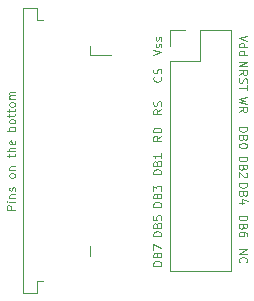
<source format=gbr>
G04 #@! TF.GenerationSoftware,KiCad,Pcbnew,5.1.6*
G04 #@! TF.CreationDate,2020-11-02T21:59:41+01:00*
G04 #@! TF.ProjectId,BL128128,424c3132-3831-4323-982e-6b696361645f,rev?*
G04 #@! TF.SameCoordinates,Original*
G04 #@! TF.FileFunction,Legend,Top*
G04 #@! TF.FilePolarity,Positive*
%FSLAX46Y46*%
G04 Gerber Fmt 4.6, Leading zero omitted, Abs format (unit mm)*
G04 Created by KiCad (PCBNEW 5.1.6) date 2020-11-02 21:59:41*
%MOMM*%
%LPD*%
G01*
G04 APERTURE LIST*
%ADD10C,0.100000*%
%ADD11C,0.120000*%
G04 APERTURE END LIST*
D10*
X70816666Y-78916666D02*
X70116666Y-78916666D01*
X70116666Y-78650000D01*
X70150000Y-78583333D01*
X70183333Y-78550000D01*
X70250000Y-78516666D01*
X70350000Y-78516666D01*
X70416666Y-78550000D01*
X70450000Y-78583333D01*
X70483333Y-78650000D01*
X70483333Y-78916666D01*
X70816666Y-78216666D02*
X70350000Y-78216666D01*
X70116666Y-78216666D02*
X70150000Y-78250000D01*
X70183333Y-78216666D01*
X70150000Y-78183333D01*
X70116666Y-78216666D01*
X70183333Y-78216666D01*
X70350000Y-77883333D02*
X70816666Y-77883333D01*
X70416666Y-77883333D02*
X70383333Y-77850000D01*
X70350000Y-77783333D01*
X70350000Y-77683333D01*
X70383333Y-77616666D01*
X70450000Y-77583333D01*
X70816666Y-77583333D01*
X70783333Y-77283333D02*
X70816666Y-77216666D01*
X70816666Y-77083333D01*
X70783333Y-77016666D01*
X70716666Y-76983333D01*
X70683333Y-76983333D01*
X70616666Y-77016666D01*
X70583333Y-77083333D01*
X70583333Y-77183333D01*
X70550000Y-77250000D01*
X70483333Y-77283333D01*
X70450000Y-77283333D01*
X70383333Y-77250000D01*
X70350000Y-77183333D01*
X70350000Y-77083333D01*
X70383333Y-77016666D01*
X70816666Y-76050000D02*
X70783333Y-76116666D01*
X70750000Y-76150000D01*
X70683333Y-76183333D01*
X70483333Y-76183333D01*
X70416666Y-76150000D01*
X70383333Y-76116666D01*
X70350000Y-76050000D01*
X70350000Y-75950000D01*
X70383333Y-75883333D01*
X70416666Y-75850000D01*
X70483333Y-75816666D01*
X70683333Y-75816666D01*
X70750000Y-75850000D01*
X70783333Y-75883333D01*
X70816666Y-75950000D01*
X70816666Y-76050000D01*
X70350000Y-75516666D02*
X70816666Y-75516666D01*
X70416666Y-75516666D02*
X70383333Y-75483333D01*
X70350000Y-75416666D01*
X70350000Y-75316666D01*
X70383333Y-75250000D01*
X70450000Y-75216666D01*
X70816666Y-75216666D01*
X70350000Y-74450000D02*
X70350000Y-74183333D01*
X70116666Y-74350000D02*
X70716666Y-74350000D01*
X70783333Y-74316666D01*
X70816666Y-74250000D01*
X70816666Y-74183333D01*
X70816666Y-73950000D02*
X70116666Y-73950000D01*
X70816666Y-73650000D02*
X70450000Y-73650000D01*
X70383333Y-73683333D01*
X70350000Y-73750000D01*
X70350000Y-73850000D01*
X70383333Y-73916666D01*
X70416666Y-73950000D01*
X70783333Y-73050000D02*
X70816666Y-73116666D01*
X70816666Y-73250000D01*
X70783333Y-73316666D01*
X70716666Y-73350000D01*
X70450000Y-73350000D01*
X70383333Y-73316666D01*
X70350000Y-73250000D01*
X70350000Y-73116666D01*
X70383333Y-73050000D01*
X70450000Y-73016666D01*
X70516666Y-73016666D01*
X70583333Y-73350000D01*
X70816666Y-72183333D02*
X70116666Y-72183333D01*
X70383333Y-72183333D02*
X70350000Y-72116666D01*
X70350000Y-71983333D01*
X70383333Y-71916666D01*
X70416666Y-71883333D01*
X70483333Y-71850000D01*
X70683333Y-71850000D01*
X70750000Y-71883333D01*
X70783333Y-71916666D01*
X70816666Y-71983333D01*
X70816666Y-72116666D01*
X70783333Y-72183333D01*
X70816666Y-71450000D02*
X70783333Y-71516666D01*
X70750000Y-71550000D01*
X70683333Y-71583333D01*
X70483333Y-71583333D01*
X70416666Y-71550000D01*
X70383333Y-71516666D01*
X70350000Y-71450000D01*
X70350000Y-71350000D01*
X70383333Y-71283333D01*
X70416666Y-71250000D01*
X70483333Y-71216666D01*
X70683333Y-71216666D01*
X70750000Y-71250000D01*
X70783333Y-71283333D01*
X70816666Y-71350000D01*
X70816666Y-71450000D01*
X70350000Y-71016666D02*
X70350000Y-70750000D01*
X70116666Y-70916666D02*
X70716666Y-70916666D01*
X70783333Y-70883333D01*
X70816666Y-70816666D01*
X70816666Y-70750000D01*
X70350000Y-70616666D02*
X70350000Y-70350000D01*
X70116666Y-70516666D02*
X70716666Y-70516666D01*
X70783333Y-70483333D01*
X70816666Y-70416666D01*
X70816666Y-70350000D01*
X70816666Y-70016666D02*
X70783333Y-70083333D01*
X70750000Y-70116666D01*
X70683333Y-70150000D01*
X70483333Y-70150000D01*
X70416666Y-70116666D01*
X70383333Y-70083333D01*
X70350000Y-70016666D01*
X70350000Y-69916666D01*
X70383333Y-69850000D01*
X70416666Y-69816666D01*
X70483333Y-69783333D01*
X70683333Y-69783333D01*
X70750000Y-69816666D01*
X70783333Y-69850000D01*
X70816666Y-69916666D01*
X70816666Y-70016666D01*
X70816666Y-69483333D02*
X70350000Y-69483333D01*
X70416666Y-69483333D02*
X70383333Y-69450000D01*
X70350000Y-69383333D01*
X70350000Y-69283333D01*
X70383333Y-69216666D01*
X70450000Y-69183333D01*
X70816666Y-69183333D01*
X70450000Y-69183333D02*
X70383333Y-69150000D01*
X70350000Y-69083333D01*
X70350000Y-68983333D01*
X70383333Y-68916666D01*
X70450000Y-68883333D01*
X70816666Y-68883333D01*
X89783333Y-82200000D02*
X90483333Y-82200000D01*
X89783333Y-82600000D01*
X90483333Y-82600000D01*
X89850000Y-83333333D02*
X89816666Y-83300000D01*
X89783333Y-83200000D01*
X89783333Y-83133333D01*
X89816666Y-83033333D01*
X89883333Y-82966666D01*
X89950000Y-82933333D01*
X90083333Y-82900000D01*
X90183333Y-82900000D01*
X90316666Y-82933333D01*
X90383333Y-82966666D01*
X90450000Y-83033333D01*
X90483333Y-83133333D01*
X90483333Y-83200000D01*
X90450000Y-83300000D01*
X90416666Y-83333333D01*
X89783333Y-66350000D02*
X90483333Y-66350000D01*
X89783333Y-66750000D01*
X90483333Y-66750000D01*
X89783333Y-67483333D02*
X90116666Y-67250000D01*
X89783333Y-67083333D02*
X90483333Y-67083333D01*
X90483333Y-67350000D01*
X90450000Y-67416666D01*
X90416666Y-67450000D01*
X90350000Y-67483333D01*
X90250000Y-67483333D01*
X90183333Y-67450000D01*
X90150000Y-67416666D01*
X90116666Y-67350000D01*
X90116666Y-67083333D01*
X89816666Y-67750000D02*
X89783333Y-67850000D01*
X89783333Y-68016666D01*
X89816666Y-68083333D01*
X89850000Y-68116666D01*
X89916666Y-68150000D01*
X89983333Y-68150000D01*
X90050000Y-68116666D01*
X90083333Y-68083333D01*
X90116666Y-68016666D01*
X90150000Y-67883333D01*
X90183333Y-67816666D01*
X90216666Y-67783333D01*
X90283333Y-67750000D01*
X90350000Y-67750000D01*
X90416666Y-67783333D01*
X90450000Y-67816666D01*
X90483333Y-67883333D01*
X90483333Y-68050000D01*
X90450000Y-68150000D01*
X90483333Y-68350000D02*
X90483333Y-68750000D01*
X89783333Y-68550000D02*
X90483333Y-68550000D01*
X90483333Y-69350000D02*
X89783333Y-69516666D01*
X90283333Y-69650000D01*
X89783333Y-69783333D01*
X90483333Y-69950000D01*
X89783333Y-70616666D02*
X90116666Y-70383333D01*
X89783333Y-70216666D02*
X90483333Y-70216666D01*
X90483333Y-70483333D01*
X90450000Y-70550000D01*
X90416666Y-70583333D01*
X90350000Y-70616666D01*
X90250000Y-70616666D01*
X90183333Y-70583333D01*
X90150000Y-70550000D01*
X90116666Y-70483333D01*
X90116666Y-70216666D01*
X89783333Y-76633333D02*
X90483333Y-76633333D01*
X90483333Y-76800000D01*
X90450000Y-76900000D01*
X90383333Y-76966666D01*
X90316666Y-77000000D01*
X90183333Y-77033333D01*
X90083333Y-77033333D01*
X89950000Y-77000000D01*
X89883333Y-76966666D01*
X89816666Y-76900000D01*
X89783333Y-76800000D01*
X89783333Y-76633333D01*
X90150000Y-77566666D02*
X90116666Y-77666666D01*
X90083333Y-77700000D01*
X90016666Y-77733333D01*
X89916666Y-77733333D01*
X89850000Y-77700000D01*
X89816666Y-77666666D01*
X89783333Y-77600000D01*
X89783333Y-77333333D01*
X90483333Y-77333333D01*
X90483333Y-77566666D01*
X90450000Y-77633333D01*
X90416666Y-77666666D01*
X90350000Y-77700000D01*
X90283333Y-77700000D01*
X90216666Y-77666666D01*
X90183333Y-77633333D01*
X90150000Y-77566666D01*
X90150000Y-77333333D01*
X90250000Y-78333333D02*
X89783333Y-78333333D01*
X90516666Y-78166666D02*
X90016666Y-78000000D01*
X90016666Y-78433333D01*
X89783333Y-79383333D02*
X90483333Y-79383333D01*
X90483333Y-79550000D01*
X90450000Y-79650000D01*
X90383333Y-79716666D01*
X90316666Y-79750000D01*
X90183333Y-79783333D01*
X90083333Y-79783333D01*
X89950000Y-79750000D01*
X89883333Y-79716666D01*
X89816666Y-79650000D01*
X89783333Y-79550000D01*
X89783333Y-79383333D01*
X90150000Y-80316666D02*
X90116666Y-80416666D01*
X90083333Y-80450000D01*
X90016666Y-80483333D01*
X89916666Y-80483333D01*
X89850000Y-80450000D01*
X89816666Y-80416666D01*
X89783333Y-80350000D01*
X89783333Y-80083333D01*
X90483333Y-80083333D01*
X90483333Y-80316666D01*
X90450000Y-80383333D01*
X90416666Y-80416666D01*
X90350000Y-80450000D01*
X90283333Y-80450000D01*
X90216666Y-80416666D01*
X90183333Y-80383333D01*
X90150000Y-80316666D01*
X90150000Y-80083333D01*
X90483333Y-81083333D02*
X90483333Y-80950000D01*
X90450000Y-80883333D01*
X90416666Y-80850000D01*
X90316666Y-80783333D01*
X90183333Y-80750000D01*
X89916666Y-80750000D01*
X89850000Y-80783333D01*
X89816666Y-80816666D01*
X89783333Y-80883333D01*
X89783333Y-81016666D01*
X89816666Y-81083333D01*
X89850000Y-81116666D01*
X89916666Y-81150000D01*
X90083333Y-81150000D01*
X90150000Y-81116666D01*
X90183333Y-81083333D01*
X90216666Y-81016666D01*
X90216666Y-80883333D01*
X90183333Y-80816666D01*
X90150000Y-80783333D01*
X90083333Y-80750000D01*
X89783333Y-74383333D02*
X90483333Y-74383333D01*
X90483333Y-74550000D01*
X90450000Y-74650000D01*
X90383333Y-74716666D01*
X90316666Y-74750000D01*
X90183333Y-74783333D01*
X90083333Y-74783333D01*
X89950000Y-74750000D01*
X89883333Y-74716666D01*
X89816666Y-74650000D01*
X89783333Y-74550000D01*
X89783333Y-74383333D01*
X90150000Y-75316666D02*
X90116666Y-75416666D01*
X90083333Y-75450000D01*
X90016666Y-75483333D01*
X89916666Y-75483333D01*
X89850000Y-75450000D01*
X89816666Y-75416666D01*
X89783333Y-75350000D01*
X89783333Y-75083333D01*
X90483333Y-75083333D01*
X90483333Y-75316666D01*
X90450000Y-75383333D01*
X90416666Y-75416666D01*
X90350000Y-75450000D01*
X90283333Y-75450000D01*
X90216666Y-75416666D01*
X90183333Y-75383333D01*
X90150000Y-75316666D01*
X90150000Y-75083333D01*
X90416666Y-75750000D02*
X90450000Y-75783333D01*
X90483333Y-75850000D01*
X90483333Y-76016666D01*
X90450000Y-76083333D01*
X90416666Y-76116666D01*
X90350000Y-76150000D01*
X90283333Y-76150000D01*
X90183333Y-76116666D01*
X89783333Y-75716666D01*
X89783333Y-76150000D01*
X89783333Y-71883333D02*
X90483333Y-71883333D01*
X90483333Y-72050000D01*
X90450000Y-72150000D01*
X90383333Y-72216666D01*
X90316666Y-72250000D01*
X90183333Y-72283333D01*
X90083333Y-72283333D01*
X89950000Y-72250000D01*
X89883333Y-72216666D01*
X89816666Y-72150000D01*
X89783333Y-72050000D01*
X89783333Y-71883333D01*
X90150000Y-72816666D02*
X90116666Y-72916666D01*
X90083333Y-72950000D01*
X90016666Y-72983333D01*
X89916666Y-72983333D01*
X89850000Y-72950000D01*
X89816666Y-72916666D01*
X89783333Y-72850000D01*
X89783333Y-72583333D01*
X90483333Y-72583333D01*
X90483333Y-72816666D01*
X90450000Y-72883333D01*
X90416666Y-72916666D01*
X90350000Y-72950000D01*
X90283333Y-72950000D01*
X90216666Y-72916666D01*
X90183333Y-72883333D01*
X90150000Y-72816666D01*
X90150000Y-72583333D01*
X90483333Y-73416666D02*
X90483333Y-73483333D01*
X90450000Y-73550000D01*
X90416666Y-73583333D01*
X90350000Y-73616666D01*
X90216666Y-73650000D01*
X90050000Y-73650000D01*
X89916666Y-73616666D01*
X89850000Y-73583333D01*
X89816666Y-73550000D01*
X89783333Y-73483333D01*
X89783333Y-73416666D01*
X89816666Y-73350000D01*
X89850000Y-73316666D01*
X89916666Y-73283333D01*
X90050000Y-73250000D01*
X90216666Y-73250000D01*
X90350000Y-73283333D01*
X90416666Y-73316666D01*
X90450000Y-73350000D01*
X90483333Y-73416666D01*
X90483333Y-64133333D02*
X89783333Y-64366666D01*
X90483333Y-64600000D01*
X89783333Y-65133333D02*
X90483333Y-65133333D01*
X89816666Y-65133333D02*
X89783333Y-65066666D01*
X89783333Y-64933333D01*
X89816666Y-64866666D01*
X89850000Y-64833333D01*
X89916666Y-64800000D01*
X90116666Y-64800000D01*
X90183333Y-64833333D01*
X90216666Y-64866666D01*
X90250000Y-64933333D01*
X90250000Y-65066666D01*
X90216666Y-65133333D01*
X89783333Y-65766666D02*
X90483333Y-65766666D01*
X89816666Y-65766666D02*
X89783333Y-65700000D01*
X89783333Y-65566666D01*
X89816666Y-65500000D01*
X89850000Y-65466666D01*
X89916666Y-65433333D01*
X90116666Y-65433333D01*
X90183333Y-65466666D01*
X90216666Y-65500000D01*
X90250000Y-65566666D01*
X90250000Y-65700000D01*
X90216666Y-65766666D01*
X83216666Y-83616666D02*
X82516666Y-83616666D01*
X82516666Y-83450000D01*
X82550000Y-83350000D01*
X82616666Y-83283333D01*
X82683333Y-83250000D01*
X82816666Y-83216666D01*
X82916666Y-83216666D01*
X83050000Y-83250000D01*
X83116666Y-83283333D01*
X83183333Y-83350000D01*
X83216666Y-83450000D01*
X83216666Y-83616666D01*
X82850000Y-82683333D02*
X82883333Y-82583333D01*
X82916666Y-82550000D01*
X82983333Y-82516666D01*
X83083333Y-82516666D01*
X83150000Y-82550000D01*
X83183333Y-82583333D01*
X83216666Y-82650000D01*
X83216666Y-82916666D01*
X82516666Y-82916666D01*
X82516666Y-82683333D01*
X82550000Y-82616666D01*
X82583333Y-82583333D01*
X82650000Y-82550000D01*
X82716666Y-82550000D01*
X82783333Y-82583333D01*
X82816666Y-82616666D01*
X82850000Y-82683333D01*
X82850000Y-82916666D01*
X82516666Y-82283333D02*
X82516666Y-81816666D01*
X83216666Y-82116666D01*
X83216666Y-81116666D02*
X82516666Y-81116666D01*
X82516666Y-80950000D01*
X82550000Y-80850000D01*
X82616666Y-80783333D01*
X82683333Y-80750000D01*
X82816666Y-80716666D01*
X82916666Y-80716666D01*
X83050000Y-80750000D01*
X83116666Y-80783333D01*
X83183333Y-80850000D01*
X83216666Y-80950000D01*
X83216666Y-81116666D01*
X82850000Y-80183333D02*
X82883333Y-80083333D01*
X82916666Y-80050000D01*
X82983333Y-80016666D01*
X83083333Y-80016666D01*
X83150000Y-80050000D01*
X83183333Y-80083333D01*
X83216666Y-80150000D01*
X83216666Y-80416666D01*
X82516666Y-80416666D01*
X82516666Y-80183333D01*
X82550000Y-80116666D01*
X82583333Y-80083333D01*
X82650000Y-80050000D01*
X82716666Y-80050000D01*
X82783333Y-80083333D01*
X82816666Y-80116666D01*
X82850000Y-80183333D01*
X82850000Y-80416666D01*
X82516666Y-79383333D02*
X82516666Y-79716666D01*
X82850000Y-79750000D01*
X82816666Y-79716666D01*
X82783333Y-79650000D01*
X82783333Y-79483333D01*
X82816666Y-79416666D01*
X82850000Y-79383333D01*
X82916666Y-79350000D01*
X83083333Y-79350000D01*
X83150000Y-79383333D01*
X83183333Y-79416666D01*
X83216666Y-79483333D01*
X83216666Y-79650000D01*
X83183333Y-79716666D01*
X83150000Y-79750000D01*
X83216666Y-78616666D02*
X82516666Y-78616666D01*
X82516666Y-78450000D01*
X82550000Y-78350000D01*
X82616666Y-78283333D01*
X82683333Y-78250000D01*
X82816666Y-78216666D01*
X82916666Y-78216666D01*
X83050000Y-78250000D01*
X83116666Y-78283333D01*
X83183333Y-78350000D01*
X83216666Y-78450000D01*
X83216666Y-78616666D01*
X82850000Y-77683333D02*
X82883333Y-77583333D01*
X82916666Y-77550000D01*
X82983333Y-77516666D01*
X83083333Y-77516666D01*
X83150000Y-77550000D01*
X83183333Y-77583333D01*
X83216666Y-77650000D01*
X83216666Y-77916666D01*
X82516666Y-77916666D01*
X82516666Y-77683333D01*
X82550000Y-77616666D01*
X82583333Y-77583333D01*
X82650000Y-77550000D01*
X82716666Y-77550000D01*
X82783333Y-77583333D01*
X82816666Y-77616666D01*
X82850000Y-77683333D01*
X82850000Y-77916666D01*
X82516666Y-77283333D02*
X82516666Y-76850000D01*
X82783333Y-77083333D01*
X82783333Y-76983333D01*
X82816666Y-76916666D01*
X82850000Y-76883333D01*
X82916666Y-76850000D01*
X83083333Y-76850000D01*
X83150000Y-76883333D01*
X83183333Y-76916666D01*
X83216666Y-76983333D01*
X83216666Y-77183333D01*
X83183333Y-77250000D01*
X83150000Y-77283333D01*
X83216666Y-75866666D02*
X82516666Y-75866666D01*
X82516666Y-75700000D01*
X82550000Y-75600000D01*
X82616666Y-75533333D01*
X82683333Y-75500000D01*
X82816666Y-75466666D01*
X82916666Y-75466666D01*
X83050000Y-75500000D01*
X83116666Y-75533333D01*
X83183333Y-75600000D01*
X83216666Y-75700000D01*
X83216666Y-75866666D01*
X82850000Y-74933333D02*
X82883333Y-74833333D01*
X82916666Y-74800000D01*
X82983333Y-74766666D01*
X83083333Y-74766666D01*
X83150000Y-74800000D01*
X83183333Y-74833333D01*
X83216666Y-74900000D01*
X83216666Y-75166666D01*
X82516666Y-75166666D01*
X82516666Y-74933333D01*
X82550000Y-74866666D01*
X82583333Y-74833333D01*
X82650000Y-74800000D01*
X82716666Y-74800000D01*
X82783333Y-74833333D01*
X82816666Y-74866666D01*
X82850000Y-74933333D01*
X82850000Y-75166666D01*
X83216666Y-74100000D02*
X83216666Y-74500000D01*
X83216666Y-74300000D02*
X82516666Y-74300000D01*
X82616666Y-74366666D01*
X82683333Y-74433333D01*
X82716666Y-74500000D01*
X83216666Y-72633333D02*
X82883333Y-72866666D01*
X83216666Y-73033333D02*
X82516666Y-73033333D01*
X82516666Y-72766666D01*
X82550000Y-72700000D01*
X82583333Y-72666666D01*
X82650000Y-72633333D01*
X82750000Y-72633333D01*
X82816666Y-72666666D01*
X82850000Y-72700000D01*
X82883333Y-72766666D01*
X82883333Y-73033333D01*
X83216666Y-72333333D02*
X82516666Y-72333333D01*
X82516666Y-72166666D01*
X82550000Y-72066666D01*
X82616666Y-72000000D01*
X82683333Y-71966666D01*
X82816666Y-71933333D01*
X82916666Y-71933333D01*
X83050000Y-71966666D01*
X83116666Y-72000000D01*
X83183333Y-72066666D01*
X83216666Y-72166666D01*
X83216666Y-72333333D01*
X83216666Y-70366666D02*
X82883333Y-70600000D01*
X83216666Y-70766666D02*
X82516666Y-70766666D01*
X82516666Y-70500000D01*
X82550000Y-70433333D01*
X82583333Y-70400000D01*
X82650000Y-70366666D01*
X82750000Y-70366666D01*
X82816666Y-70400000D01*
X82850000Y-70433333D01*
X82883333Y-70500000D01*
X82883333Y-70766666D01*
X83183333Y-70100000D02*
X83216666Y-70000000D01*
X83216666Y-69833333D01*
X83183333Y-69766666D01*
X83150000Y-69733333D01*
X83083333Y-69700000D01*
X83016666Y-69700000D01*
X82950000Y-69733333D01*
X82916666Y-69766666D01*
X82883333Y-69833333D01*
X82850000Y-69966666D01*
X82816666Y-70033333D01*
X82783333Y-70066666D01*
X82716666Y-70100000D01*
X82650000Y-70100000D01*
X82583333Y-70066666D01*
X82550000Y-70033333D01*
X82516666Y-69966666D01*
X82516666Y-69800000D01*
X82550000Y-69700000D01*
X83150000Y-67616666D02*
X83183333Y-67650000D01*
X83216666Y-67750000D01*
X83216666Y-67816666D01*
X83183333Y-67916666D01*
X83116666Y-67983333D01*
X83050000Y-68016666D01*
X82916666Y-68050000D01*
X82816666Y-68050000D01*
X82683333Y-68016666D01*
X82616666Y-67983333D01*
X82550000Y-67916666D01*
X82516666Y-67816666D01*
X82516666Y-67750000D01*
X82550000Y-67650000D01*
X82583333Y-67616666D01*
X83183333Y-67350000D02*
X83216666Y-67250000D01*
X83216666Y-67083333D01*
X83183333Y-67016666D01*
X83150000Y-66983333D01*
X83083333Y-66950000D01*
X83016666Y-66950000D01*
X82950000Y-66983333D01*
X82916666Y-67016666D01*
X82883333Y-67083333D01*
X82850000Y-67216666D01*
X82816666Y-67283333D01*
X82783333Y-67316666D01*
X82716666Y-67350000D01*
X82650000Y-67350000D01*
X82583333Y-67316666D01*
X82550000Y-67283333D01*
X82516666Y-67216666D01*
X82516666Y-67050000D01*
X82550000Y-66950000D01*
X82516666Y-65800000D02*
X83216666Y-65566666D01*
X82516666Y-65333333D01*
X83183333Y-65133333D02*
X83216666Y-65066666D01*
X83216666Y-64933333D01*
X83183333Y-64866666D01*
X83116666Y-64833333D01*
X83083333Y-64833333D01*
X83016666Y-64866666D01*
X82983333Y-64933333D01*
X82983333Y-65033333D01*
X82950000Y-65100000D01*
X82883333Y-65133333D01*
X82850000Y-65133333D01*
X82783333Y-65100000D01*
X82750000Y-65033333D01*
X82750000Y-64933333D01*
X82783333Y-64866666D01*
X83183333Y-64566666D02*
X83216666Y-64500000D01*
X83216666Y-64366666D01*
X83183333Y-64300000D01*
X83116666Y-64266666D01*
X83083333Y-64266666D01*
X83016666Y-64300000D01*
X82983333Y-64366666D01*
X82983333Y-64466666D01*
X82950000Y-64533333D01*
X82883333Y-64566666D01*
X82850000Y-64566666D01*
X82783333Y-64533333D01*
X82750000Y-64466666D01*
X82750000Y-64366666D01*
X82783333Y-64300000D01*
D11*
X83920000Y-63670000D02*
X85250000Y-63670000D01*
X83920000Y-65000000D02*
X83920000Y-63670000D01*
X86520000Y-63670000D02*
X89120000Y-63670000D01*
X86520000Y-66270000D02*
X86520000Y-63670000D01*
X83920000Y-66270000D02*
X86520000Y-66270000D01*
X89120000Y-63670000D02*
X89120000Y-84110000D01*
X83920000Y-66270000D02*
X83920000Y-84110000D01*
X83920000Y-84110000D02*
X89120000Y-84110000D01*
X77160000Y-81940000D02*
X77160000Y-82765000D01*
X77160000Y-65810000D02*
X78960000Y-65810000D01*
X77160000Y-64985000D02*
X77160000Y-65810000D01*
X72650000Y-62830000D02*
X73190000Y-62830000D01*
X72650000Y-61805000D02*
X72650000Y-62830000D01*
X71540000Y-61805000D02*
X72650000Y-61805000D01*
X71540000Y-85945000D02*
X71540000Y-61805000D01*
X72650000Y-85945000D02*
X71540000Y-85945000D01*
X72650000Y-84920000D02*
X72650000Y-85945000D01*
X73190000Y-84920000D02*
X72650000Y-84920000D01*
M02*

</source>
